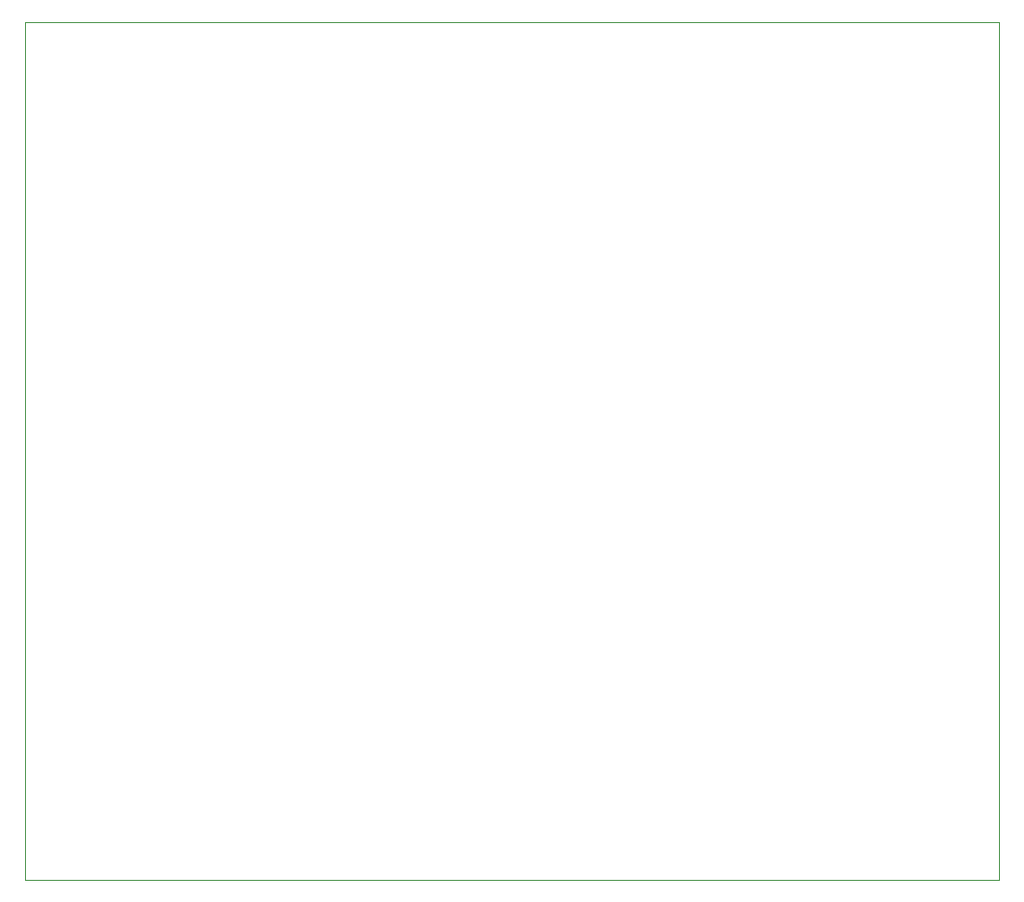
<source format=gbr>
%TF.GenerationSoftware,KiCad,Pcbnew,(5.1.12-1-10_14)*%
%TF.CreationDate,2022-01-02T10:15:02-08:00*%
%TF.ProjectId,bias-supply,62696173-2d73-4757-9070-6c792e6b6963,1.0*%
%TF.SameCoordinates,Original*%
%TF.FileFunction,Profile,NP*%
%FSLAX46Y46*%
G04 Gerber Fmt 4.6, Leading zero omitted, Abs format (unit mm)*
G04 Created by KiCad (PCBNEW (5.1.12-1-10_14)) date 2022-01-02 10:15:02*
%MOMM*%
%LPD*%
G01*
G04 APERTURE LIST*
%TA.AperFunction,Profile*%
%ADD10C,0.050000*%
%TD*%
G04 APERTURE END LIST*
D10*
X95250000Y-59690000D02*
X95250000Y-135255000D01*
X180975000Y-135255000D02*
X180975000Y-59690000D01*
X95250000Y-135255000D02*
X180975000Y-135255000D01*
X95250000Y-59690000D02*
X180975000Y-59690000D01*
M02*

</source>
